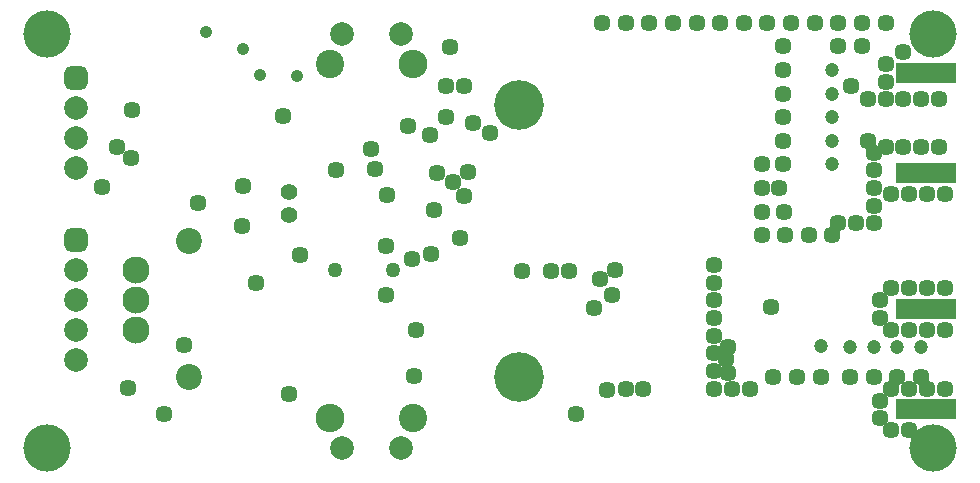
<source format=gbs>
G04*
G04 #@! TF.GenerationSoftware,Altium Limited,Altium Designer,18.1.1 (9)*
G04*
G04 Layer_Color=16711935*
%FSLAX42Y42*%
%MOMM*%
G71*
G01*
G75*
%ADD24R,5.10X1.80*%
%ADD30C,1.26*%
%ADD31C,2.00*%
%ADD32O,2.45X2.40*%
%ADD33C,2.40*%
G04:AMPARAMS|DCode=34|XSize=2mm|YSize=2mm|CornerRadius=0.55mm|HoleSize=0mm|Usage=FLASHONLY|Rotation=270.000|XOffset=0mm|YOffset=0mm|HoleType=Round|Shape=RoundedRectangle|*
%AMROUNDEDRECTD34*
21,1,2.00,0.90,0,0,270.0*
21,1,0.90,2.00,0,0,270.0*
1,1,1.10,-0.45,-0.45*
1,1,1.10,-0.45,0.45*
1,1,1.10,0.45,0.45*
1,1,1.10,0.45,-0.45*
%
%ADD34ROUNDEDRECTD34*%
%ADD35C,1.40*%
%ADD36C,2.20*%
%ADD37C,4.20*%
%ADD38C,2.30*%
%ADD39C,1.45*%
%ADD40C,1.05*%
%ADD41C,4.00*%
%ADD42C,1.20*%
D24*
X7693Y1425D02*
D03*
Y575D02*
D03*
Y2575D02*
D03*
Y3425D02*
D03*
D30*
X2690Y1760D02*
D03*
X3178D02*
D03*
D31*
X3250Y3750D02*
D03*
X2750D02*
D03*
X500Y2619D02*
D03*
Y3127D02*
D03*
Y2873D02*
D03*
Y1500D02*
D03*
Y1754D02*
D03*
Y1246D02*
D03*
Y992D02*
D03*
X3250Y250D02*
D03*
X2750D02*
D03*
D32*
X3350Y3500D02*
D03*
X2650Y500D02*
D03*
D33*
X2650Y3500D02*
D03*
X3350Y500D02*
D03*
D34*
X500Y3381D02*
D03*
Y2008D02*
D03*
D35*
X2300Y2420D02*
D03*
Y2220D02*
D03*
D36*
X1450Y850D02*
D03*
Y2000D02*
D03*
D37*
X4250Y850D02*
D03*
Y3150D02*
D03*
D38*
X1000Y1246D02*
D03*
Y1754D02*
D03*
Y1500D02*
D03*
D39*
X1240Y540D02*
D03*
X940Y760D02*
D03*
X2300Y710D02*
D03*
X2250Y3060D02*
D03*
X4930Y1680D02*
D03*
X5060Y1760D02*
D03*
X4880Y1430D02*
D03*
X3550Y2580D02*
D03*
X3813Y2583D02*
D03*
X3780Y2380D02*
D03*
X3750Y2030D02*
D03*
X3340Y1850D02*
D03*
X3490Y2900D02*
D03*
X4000Y2920D02*
D03*
X3630Y3310D02*
D03*
X3780Y3310D02*
D03*
X3530Y2260D02*
D03*
X3030Y2610D02*
D03*
X1910Y2470D02*
D03*
X6900Y2050D02*
D03*
X6700D02*
D03*
X6500D02*
D03*
X6300D02*
D03*
X6050Y750D02*
D03*
X6200D02*
D03*
X5900D02*
D03*
X7300Y650D02*
D03*
X7150Y3650D02*
D03*
X6950D02*
D03*
X7350Y3850D02*
D03*
X7150D02*
D03*
X6950D02*
D03*
X6750D02*
D03*
X6550D02*
D03*
X6350D02*
D03*
X6150D02*
D03*
X5950D02*
D03*
X5750D02*
D03*
X5550D02*
D03*
X5350D02*
D03*
X5150D02*
D03*
X4950D02*
D03*
X5300Y750D02*
D03*
X5150D02*
D03*
X7500Y3600D02*
D03*
X7350Y3500D02*
D03*
Y3350D02*
D03*
X7800Y3200D02*
D03*
X7650D02*
D03*
X7500D02*
D03*
X7350D02*
D03*
X7200D02*
D03*
X7060Y3310D02*
D03*
X7850Y2400D02*
D03*
X7700D02*
D03*
X7550D02*
D03*
X7400D02*
D03*
X7800Y2800D02*
D03*
X7650D02*
D03*
X7200Y2850D02*
D03*
X7500Y2800D02*
D03*
X7350D02*
D03*
X7250Y2750D02*
D03*
Y2600D02*
D03*
Y2450D02*
D03*
Y2300D02*
D03*
Y2150D02*
D03*
X7100D02*
D03*
X6950D02*
D03*
X6300Y2250D02*
D03*
Y2450D02*
D03*
Y2650D02*
D03*
X6000Y1000D02*
D03*
X5900Y900D02*
D03*
Y1050D02*
D03*
Y1200D02*
D03*
Y1350D02*
D03*
Y1500D02*
D03*
Y1650D02*
D03*
Y1800D02*
D03*
X6450Y2450D02*
D03*
X7300Y500D02*
D03*
X7400Y400D02*
D03*
Y750D02*
D03*
X7550D02*
D03*
Y400D02*
D03*
X7850Y750D02*
D03*
X7700D02*
D03*
X7400Y1250D02*
D03*
X7850D02*
D03*
X7700D02*
D03*
X7550D02*
D03*
X7300Y1350D02*
D03*
Y1500D02*
D03*
X7400Y1600D02*
D03*
X7550D02*
D03*
X7700D02*
D03*
X7850D02*
D03*
X7650Y850D02*
D03*
X7450D02*
D03*
X7250D02*
D03*
X7050D02*
D03*
X6800D02*
D03*
X6600D02*
D03*
X6400D02*
D03*
X6380Y1440D02*
D03*
X3860Y3000D02*
D03*
X970Y3110D02*
D03*
X6020Y1100D02*
D03*
X6020Y880D02*
D03*
X6480Y3650D02*
D03*
X4990Y740D02*
D03*
X4730Y540D02*
D03*
X3360Y860D02*
D03*
X1900Y2130D02*
D03*
X1530Y2320D02*
D03*
X6490Y2250D02*
D03*
X6480Y2650D02*
D03*
X4270Y1750D02*
D03*
X4520D02*
D03*
X4670D02*
D03*
X3690Y2500D02*
D03*
X2700Y2600D02*
D03*
X3120Y1960D02*
D03*
X3505Y1895D02*
D03*
X2390Y1880D02*
D03*
X1410Y1120D02*
D03*
X2020Y1650D02*
D03*
X960Y2700D02*
D03*
X720Y2460D02*
D03*
X840Y2800D02*
D03*
X3375Y1245D02*
D03*
X5030Y1540D02*
D03*
X3130Y2390D02*
D03*
X2990Y2780D02*
D03*
X3310Y2975D02*
D03*
X3630Y3050D02*
D03*
X3660Y3640D02*
D03*
X6480Y2850D02*
D03*
Y3050D02*
D03*
Y3250D02*
D03*
Y3450D02*
D03*
X3120Y1540D02*
D03*
D40*
X1908Y3625D02*
D03*
X1600Y3770D02*
D03*
X2370Y3400D02*
D03*
X2050Y3410D02*
D03*
D41*
X250Y250D02*
D03*
Y3750D02*
D03*
X7750Y250D02*
D03*
Y3750D02*
D03*
D42*
X6900Y3450D02*
D03*
Y3250D02*
D03*
Y3050D02*
D03*
Y2850D02*
D03*
Y2650D02*
D03*
X7650Y1100D02*
D03*
X7450D02*
D03*
X7250D02*
D03*
X7050D02*
D03*
X6800Y1110D02*
D03*
M02*

</source>
